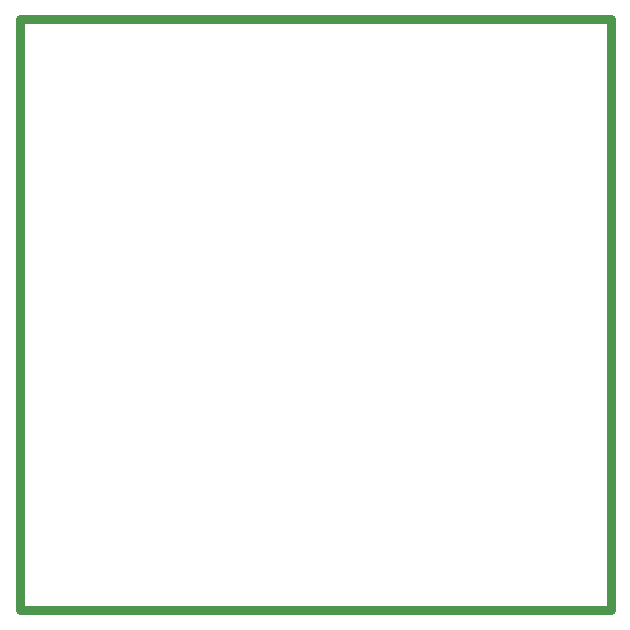
<source format=gko>
G04 Layer_Color=16711935*
%FSLAX24Y24*%
%MOIN*%
G70*
G01*
G75*
%ADD13C,0.0300*%
D13*
X0Y0D02*
X19700D01*
Y19700D01*
X0Y19700D02*
X19700Y19700D01*
X0Y0D02*
Y19700D01*
M02*

</source>
